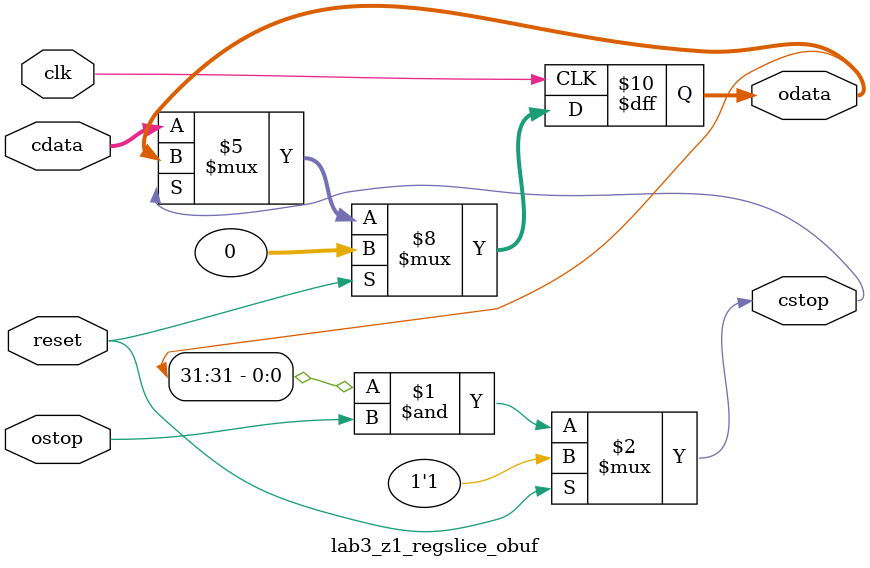
<source format=v>

`timescale 1ns/1ps

module lab3_z1_regslice_forward
#(parameter 
    DataWidth=32
)(
    input ap_clk ,
    input ap_rst,

    input [DataWidth-1:0] data_in , 
    input vld_in , 
    output ack_in ,
    output [DataWidth-1:0] data_out, 
    output vld_out,
    input ack_out,
    output apdone_blk
);
 
localparam W = DataWidth+1;

wire [W-1:0] cdata;
wire cstop;
wire [W-1:0] idata;
wire istop;
wire [W-1:0] odata;
wire ostop;

lab3_z1_regslice_obuf #(
  .W(W)
)
regslice_obuf_inst(
  .clk(ap_clk),
  .reset(ap_rst),
  .cdata(idata),
  .cstop(istop),
  .odata(odata),
  .ostop(ostop)
);

assign idata = {vld_in, data_in};
assign ack_in = ~istop;

assign vld_out = odata[W-1];
assign data_out = odata[W-2:0];
assign ostop = ~ack_out;

assign apdone_blk = ((ap_rst == 1'b0)&(1'b0 == ack_out)&(1'b1 == vld_out));

endmodule //forward

module lab3_z1_regslice_forward_w1
#(parameter 
    DataWidth=1
)(
    input ap_clk ,
    input ap_rst,

    input data_in , 
    input vld_in , 
    output ack_in ,
    output data_out, 
    output vld_out,
    input ack_out,
    output apdone_blk
);
 
localparam W = 2;

wire [W-1:0] cdata;
wire cstop;
wire [W-1:0] idata;
wire istop;
wire [W-1:0] odata;
wire ostop;

lab3_z1_regslice_obuf #(
  .W(W)
)
regslice_obuf_inst(
  .clk(ap_clk),
  .reset(ap_rst),
  .cdata(idata),
  .cstop(istop),
  .odata(odata),
  .ostop(ostop)
);

assign idata = {vld_in, data_in};
assign ack_in = ~istop;

assign vld_out = odata[W-1];
assign data_out = odata[W-2:0];
assign ostop = ~ack_out;

assign apdone_blk = ((ap_rst == 1'b0)&(1'b0 == ack_out)&(1'b1 == vld_out));

endmodule //forward


module lab3_z1_regslice_obuf
#(
    parameter W=32
)(
    input clk ,
    input reset,
    input [W-1:0] cdata ,
    output cstop ,
    output reg [W-1:0] odata,
    input ostop 
);

// Stop the core when buffer full and output not ready
assign cstop = reset? 1'b1 : (odata[W-1] & ostop);
 
always @(posedge clk)
    if(reset)
        odata <= {1'b0, {{W-1}{1'b0}}};
    else
        if (!cstop) begin// Can we accept more data?
            odata <= cdata; // Yes: load the buffer
        end

endmodule

    

</source>
